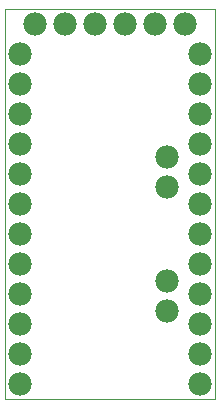
<source format=gbs>
G75*
%MOIN*%
%OFA0B0*%
%FSLAX24Y24*%
%IPPOS*%
%LPD*%
%AMOC8*
5,1,8,0,0,1.08239X$1,22.5*
%
%ADD10C,0.0000*%
%ADD11C,0.0780*%
D10*
X000125Y000125D02*
X000125Y013121D01*
X007120Y013121D01*
X007120Y000125D01*
X000125Y000125D01*
D11*
X000625Y000625D03*
X000625Y001625D03*
X000625Y002625D03*
X000625Y003625D03*
X000625Y004625D03*
X000625Y005625D03*
X000625Y006625D03*
X000625Y007625D03*
X000625Y008625D03*
X000625Y009625D03*
X000625Y010625D03*
X000625Y011625D03*
X001125Y012625D03*
X002125Y012625D03*
X003125Y012625D03*
X004125Y012625D03*
X005125Y012625D03*
X006125Y012625D03*
X006625Y011625D03*
X006625Y010625D03*
X006625Y009625D03*
X006625Y008625D03*
X006625Y007625D03*
X006625Y006625D03*
X006625Y005625D03*
X006625Y004625D03*
X006625Y003625D03*
X006625Y002625D03*
X006625Y001625D03*
X006625Y000625D03*
X005500Y003063D03*
X005500Y004063D03*
X005500Y007188D03*
X005500Y008188D03*
M02*

</source>
